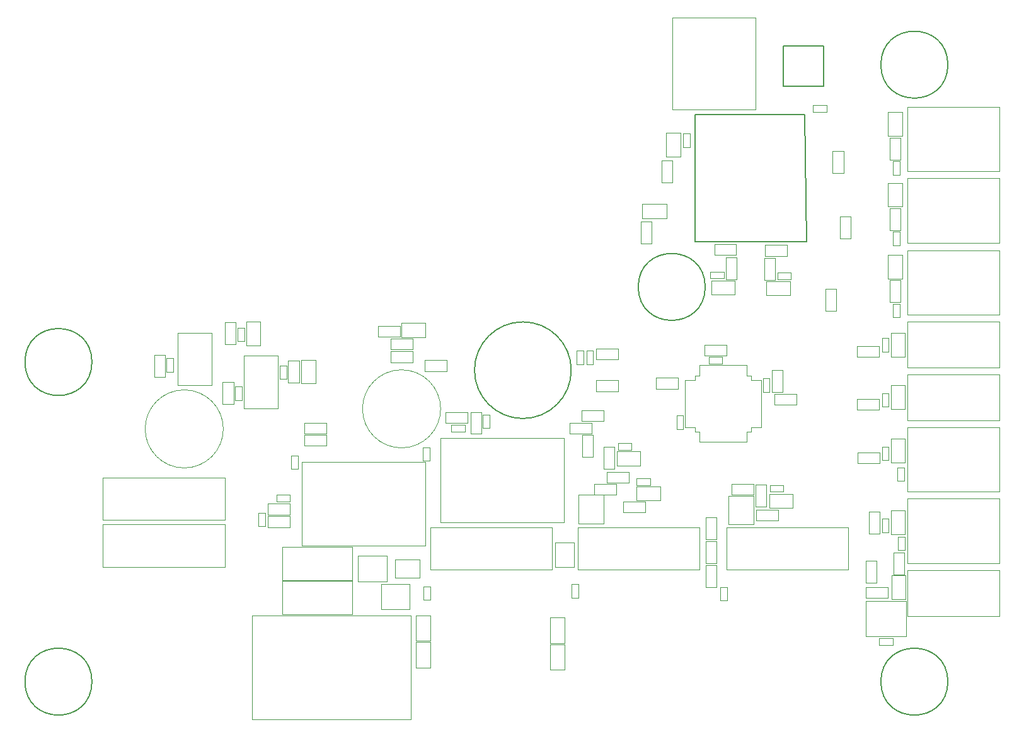
<source format=gbr>
%TF.GenerationSoftware,KiCad,Pcbnew,6.0.6-3a73a75311~116~ubuntu20.04.1*%
%TF.CreationDate,2022-07-18T20:20:35-06:00*%
%TF.ProjectId,hvac-v2,68766163-2d76-4322-9e6b-696361645f70,rev?*%
%TF.SameCoordinates,Original*%
%TF.FileFunction,Other,User*%
%FSLAX46Y46*%
G04 Gerber Fmt 4.6, Leading zero omitted, Abs format (unit mm)*
G04 Created by KiCad (PCBNEW 6.0.6-3a73a75311~116~ubuntu20.04.1) date 2022-07-18 20:20:35*
%MOMM*%
%LPD*%
G01*
G04 APERTURE LIST*
%ADD10C,0.050000*%
%ADD11C,0.150000*%
G04 APERTURE END LIST*
D10*
%TO.C,R45*%
X139510000Y-94180000D02*
X139510000Y-97140000D01*
X139510000Y-97140000D02*
X138050000Y-97140000D01*
X138050000Y-94180000D02*
X139510000Y-94180000D01*
X138050000Y-97140000D02*
X138050000Y-94180000D01*
%TO.C,R44*%
X141460000Y-84440000D02*
X141460000Y-87400000D01*
X141460000Y-87400000D02*
X140000000Y-87400000D01*
X140000000Y-84440000D02*
X141460000Y-84440000D01*
X140000000Y-87400000D02*
X140000000Y-84440000D01*
%TO.C,R43*%
X140480000Y-75650000D02*
X140480000Y-78610000D01*
X140480000Y-78610000D02*
X139020000Y-78610000D01*
X139020000Y-75650000D02*
X140480000Y-75650000D01*
X139020000Y-78610000D02*
X139020000Y-75650000D01*
%TO.C,R42*%
X144940000Y-130720000D02*
X144940000Y-133680000D01*
X144940000Y-133680000D02*
X143480000Y-133680000D01*
X143480000Y-130720000D02*
X144940000Y-130720000D01*
X143480000Y-133680000D02*
X143480000Y-130720000D01*
%TO.C,R41*%
X116060000Y-79830000D02*
X116060000Y-76870000D01*
X116060000Y-76870000D02*
X117520000Y-76870000D01*
X117520000Y-79830000D02*
X116060000Y-79830000D01*
X117520000Y-76870000D02*
X117520000Y-79830000D01*
%TO.C,R40*%
X118210000Y-107600000D02*
X115250000Y-107600000D01*
X115250000Y-107600000D02*
X115250000Y-106140000D01*
X118210000Y-106140000D02*
X118210000Y-107600000D01*
X115250000Y-106140000D02*
X118210000Y-106140000D01*
%TO.C,R39*%
X121980000Y-134330000D02*
X121980000Y-131370000D01*
X121980000Y-131370000D02*
X123440000Y-131370000D01*
X123440000Y-134330000D02*
X121980000Y-134330000D01*
X123440000Y-131370000D02*
X123440000Y-134330000D01*
%TO.C,R38*%
X87190000Y-105220000D02*
X84230000Y-105220000D01*
X84230000Y-105220000D02*
X84230000Y-103760000D01*
X87190000Y-103760000D02*
X87190000Y-105220000D01*
X84230000Y-103760000D02*
X87190000Y-103760000D01*
%TO.C,R31*%
X107270000Y-106470000D02*
X110230000Y-106470000D01*
X110230000Y-106470000D02*
X110230000Y-107930000D01*
X107270000Y-107930000D02*
X107270000Y-106470000D01*
X110230000Y-107930000D02*
X107270000Y-107930000D01*
%TO.C,Q4*%
X78350000Y-137240000D02*
X82190000Y-137240000D01*
X82190000Y-133840000D02*
X78350000Y-133840000D01*
X82190000Y-137240000D02*
X82190000Y-133840000D01*
X78350000Y-133840000D02*
X78350000Y-137240000D01*
D11*
%TO.C,BZ1*%
X103900000Y-105100000D02*
G75*
G03*
X103900000Y-105100000I-6500000J0D01*
G01*
D10*
%TO.C,C1*%
X130870000Y-105120000D02*
X132330000Y-105120000D01*
X132330000Y-105120000D02*
X132330000Y-108080000D01*
X132330000Y-108080000D02*
X130870000Y-108080000D01*
X130870000Y-108080000D02*
X130870000Y-105120000D01*
%TO.C,C2*%
X136390000Y-70360000D02*
X136390000Y-69440000D01*
X136390000Y-69440000D02*
X138210000Y-69440000D01*
X138210000Y-70360000D02*
X136390000Y-70360000D01*
X138210000Y-69440000D02*
X138210000Y-70360000D01*
%TO.C,C3*%
X92040000Y-112910000D02*
X92040000Y-111090000D01*
X92960000Y-111090000D02*
X92960000Y-112910000D01*
X92960000Y-112910000D02*
X92040000Y-112910000D01*
X92040000Y-111090000D02*
X92960000Y-111090000D01*
%TO.C,C5*%
X129640000Y-106190000D02*
X130560000Y-106190000D01*
X130560000Y-106190000D02*
X130560000Y-108010000D01*
X130560000Y-108010000D02*
X129640000Y-108010000D01*
X129640000Y-108010000D02*
X129640000Y-106190000D01*
%TO.C,C6*%
X112690000Y-119640000D02*
X114510000Y-119640000D01*
X112690000Y-120560000D02*
X112690000Y-119640000D01*
X114510000Y-120560000D02*
X112690000Y-120560000D01*
X114510000Y-119640000D02*
X114510000Y-120560000D01*
%TO.C,C7*%
X87790000Y-112440000D02*
X89610000Y-112440000D01*
X87790000Y-113360000D02*
X87790000Y-112440000D01*
X89610000Y-113360000D02*
X87790000Y-113360000D01*
X89610000Y-112440000D02*
X89610000Y-113360000D01*
%TO.C,C8*%
X122390000Y-103340000D02*
X124210000Y-103340000D01*
X124210000Y-104260000D02*
X122390000Y-104260000D01*
X124210000Y-103340000D02*
X124210000Y-104260000D01*
X122390000Y-104260000D02*
X122390000Y-103340000D01*
%TO.C,C9*%
X121820000Y-101670000D02*
X124780000Y-101670000D01*
X124780000Y-103130000D02*
X121820000Y-103130000D01*
X121820000Y-103130000D02*
X121820000Y-101670000D01*
X124780000Y-101670000D02*
X124780000Y-103130000D01*
%TO.C,C10*%
X101020000Y-141800000D02*
X101020000Y-138400000D01*
X102980000Y-141800000D02*
X101020000Y-141800000D01*
X101020000Y-138400000D02*
X102980000Y-138400000D01*
X102980000Y-138400000D02*
X102980000Y-141800000D01*
%TO.C,C11*%
X101020000Y-145400000D02*
X101020000Y-142000000D01*
X101020000Y-142000000D02*
X102980000Y-142000000D01*
X102980000Y-142000000D02*
X102980000Y-145400000D01*
X102980000Y-145400000D02*
X101020000Y-145400000D01*
%TO.C,C12*%
X84860000Y-117310000D02*
X83940000Y-117310000D01*
X83940000Y-117310000D02*
X83940000Y-115490000D01*
X84860000Y-115490000D02*
X84860000Y-117310000D01*
X83940000Y-115490000D02*
X84860000Y-115490000D01*
%TO.C,C13*%
X67160000Y-116590000D02*
X67160000Y-118410000D01*
X67160000Y-118410000D02*
X66240000Y-118410000D01*
X66240000Y-118410000D02*
X66240000Y-116590000D01*
X66240000Y-116590000D02*
X67160000Y-116590000D01*
%TO.C,C14*%
X79620000Y-104030000D02*
X79620000Y-102570000D01*
X82580000Y-104030000D02*
X79620000Y-104030000D01*
X82580000Y-102570000D02*
X82580000Y-104030000D01*
X79620000Y-102570000D02*
X82580000Y-102570000D01*
%TO.C,C15*%
X83020000Y-138100000D02*
X84980000Y-138100000D01*
X83020000Y-141500000D02*
X83020000Y-138100000D01*
X84980000Y-138100000D02*
X84980000Y-141500000D01*
X84980000Y-141500000D02*
X83020000Y-141500000D01*
%TO.C,C16*%
X83020000Y-145100000D02*
X83020000Y-141700000D01*
X84980000Y-145100000D02*
X83020000Y-145100000D01*
X83020000Y-141700000D02*
X84980000Y-141700000D01*
X84980000Y-141700000D02*
X84980000Y-145100000D01*
%TO.C,C17*%
X84960000Y-136010000D02*
X84040000Y-136010000D01*
X84040000Y-134190000D02*
X84960000Y-134190000D01*
X84960000Y-134190000D02*
X84960000Y-136010000D01*
X84040000Y-136010000D02*
X84040000Y-134190000D01*
%TO.C,C18*%
X66110000Y-122760000D02*
X64290000Y-122760000D01*
X64290000Y-122760000D02*
X64290000Y-121840000D01*
X64290000Y-121840000D02*
X66110000Y-121840000D01*
X66110000Y-121840000D02*
X66110000Y-122760000D01*
%TO.C,C19*%
X57150000Y-113000000D02*
G75*
G03*
X57150000Y-113000000I-5250000J0D01*
G01*
%TO.C,C20*%
X62760000Y-126110000D02*
X61840000Y-126110000D01*
X62760000Y-124290000D02*
X62760000Y-126110000D01*
X61840000Y-124290000D02*
X62760000Y-124290000D01*
X61840000Y-126110000D02*
X61840000Y-124290000D01*
%TO.C,C21*%
X133410000Y-92860000D02*
X131590000Y-92860000D01*
X131590000Y-91940000D02*
X133410000Y-91940000D01*
X131590000Y-92860000D02*
X131590000Y-91940000D01*
X133410000Y-91940000D02*
X133410000Y-92860000D01*
%TO.C,C22*%
X106860000Y-102490000D02*
X106860000Y-104310000D01*
X105940000Y-102490000D02*
X106860000Y-102490000D01*
X105940000Y-104310000D02*
X105940000Y-102490000D01*
X106860000Y-104310000D02*
X105940000Y-104310000D01*
%TO.C,C23*%
X105560000Y-104310000D02*
X104640000Y-104310000D01*
X104640000Y-104310000D02*
X104640000Y-102490000D01*
X105560000Y-102490000D02*
X105560000Y-104310000D01*
X104640000Y-102490000D02*
X105560000Y-102490000D01*
%TO.C,C24*%
X118940000Y-73290000D02*
X119860000Y-73290000D01*
X118940000Y-75110000D02*
X118940000Y-73290000D01*
X119860000Y-75110000D02*
X118940000Y-75110000D01*
X119860000Y-73290000D02*
X119860000Y-75110000D01*
%TO.C,C25*%
X110190000Y-114940000D02*
X112010000Y-114940000D01*
X112010000Y-115860000D02*
X110190000Y-115860000D01*
X110190000Y-115860000D02*
X110190000Y-114940000D01*
X112010000Y-114940000D02*
X112010000Y-115860000D01*
%TO.C,C26*%
X132410000Y-120540000D02*
X132410000Y-121460000D01*
X130590000Y-120540000D02*
X132410000Y-120540000D01*
X130590000Y-121460000D02*
X130590000Y-120540000D01*
X132410000Y-121460000D02*
X130590000Y-121460000D01*
%TO.C,C27*%
X122590000Y-91840000D02*
X124410000Y-91840000D01*
X124410000Y-91840000D02*
X124410000Y-92760000D01*
X122590000Y-92760000D02*
X122590000Y-91840000D01*
X124410000Y-92760000D02*
X122590000Y-92760000D01*
%TO.C,C28*%
X145640000Y-117210000D02*
X145640000Y-115390000D01*
X145640000Y-115390000D02*
X146560000Y-115390000D01*
X146560000Y-117210000D02*
X145640000Y-117210000D01*
X146560000Y-115390000D02*
X146560000Y-117210000D01*
%TO.C,C29*%
X146560000Y-126910000D02*
X145640000Y-126910000D01*
X145640000Y-125090000D02*
X146560000Y-125090000D01*
X146560000Y-125090000D02*
X146560000Y-126910000D01*
X145640000Y-126910000D02*
X145640000Y-125090000D01*
%TO.C,C30*%
X58740000Y-109110000D02*
X58740000Y-107290000D01*
X58740000Y-107290000D02*
X59660000Y-107290000D01*
X59660000Y-109110000D02*
X58740000Y-109110000D01*
X59660000Y-107290000D02*
X59660000Y-109110000D01*
%TO.C,C31*%
X146560000Y-100790000D02*
X146560000Y-102610000D01*
X145640000Y-100790000D02*
X146560000Y-100790000D01*
X145640000Y-102610000D02*
X145640000Y-100790000D01*
X146560000Y-102610000D02*
X145640000Y-102610000D01*
%TO.C,C32*%
X145640000Y-110010000D02*
X145640000Y-108190000D01*
X145640000Y-108190000D02*
X146560000Y-108190000D01*
X146560000Y-108190000D02*
X146560000Y-110010000D01*
X146560000Y-110010000D02*
X145640000Y-110010000D01*
%TO.C,C33*%
X104860000Y-135710000D02*
X103940000Y-135710000D01*
X104860000Y-133890000D02*
X104860000Y-135710000D01*
X103940000Y-133890000D02*
X104860000Y-133890000D01*
X103940000Y-135710000D02*
X103940000Y-133890000D01*
%TO.C,C34*%
X124860000Y-134290000D02*
X124860000Y-136110000D01*
X124860000Y-136110000D02*
X123940000Y-136110000D01*
X123940000Y-136110000D02*
X123940000Y-134290000D01*
X123940000Y-134290000D02*
X124860000Y-134290000D01*
%TO.C,C35*%
X64740000Y-106290000D02*
X64740000Y-104470000D01*
X65660000Y-104470000D02*
X65660000Y-106290000D01*
X65660000Y-106290000D02*
X64740000Y-106290000D01*
X64740000Y-104470000D02*
X65660000Y-104470000D01*
%TO.C,C36*%
X147740000Y-118210000D02*
X148660000Y-118210000D01*
X148660000Y-120030000D02*
X147740000Y-120030000D01*
X148660000Y-118210000D02*
X148660000Y-120030000D01*
X147740000Y-120030000D02*
X147740000Y-118210000D01*
%TO.C,C37*%
X148760000Y-129310000D02*
X147840000Y-129310000D01*
X148760000Y-127490000D02*
X148760000Y-129310000D01*
X147840000Y-129310000D02*
X147840000Y-127490000D01*
X147840000Y-127490000D02*
X148760000Y-127490000D01*
%TO.C,C38*%
X65870000Y-106780000D02*
X65870000Y-103820000D01*
X67330000Y-106780000D02*
X65870000Y-106780000D01*
X67330000Y-103820000D02*
X67330000Y-106780000D01*
X65870000Y-103820000D02*
X67330000Y-103820000D01*
%TO.C,C39*%
X86350000Y-110300000D02*
G75*
G03*
X86350000Y-110300000I-5250000J0D01*
G01*
%TO.C,C40*%
X145290000Y-141140000D02*
X147110000Y-141140000D01*
X145290000Y-142060000D02*
X145290000Y-141140000D01*
X147110000Y-141140000D02*
X147110000Y-142060000D01*
X147110000Y-142060000D02*
X145290000Y-142060000D01*
%TO.C,C41*%
X147140000Y-78810000D02*
X147140000Y-76990000D01*
X147140000Y-76990000D02*
X148060000Y-76990000D01*
X148060000Y-76990000D02*
X148060000Y-78810000D01*
X148060000Y-78810000D02*
X147140000Y-78810000D01*
%TO.C,C42*%
X147140000Y-88310000D02*
X147140000Y-86490000D01*
X148060000Y-86490000D02*
X148060000Y-88310000D01*
X148060000Y-88310000D02*
X147140000Y-88310000D01*
X147140000Y-86490000D02*
X148060000Y-86490000D01*
%TO.C,C43*%
X148060000Y-98010000D02*
X147140000Y-98010000D01*
X147140000Y-98010000D02*
X147140000Y-96190000D01*
X147140000Y-96190000D02*
X148060000Y-96190000D01*
X148060000Y-96190000D02*
X148060000Y-98010000D01*
%TO.C,D1*%
X115900000Y-120750000D02*
X115900000Y-122650000D01*
X112700000Y-120750000D02*
X115900000Y-120750000D01*
X112700000Y-122650000D02*
X115900000Y-122650000D01*
X112700000Y-120750000D02*
X112700000Y-122650000D01*
%TO.C,D2*%
X81100000Y-100650000D02*
X84300000Y-100650000D01*
X81100000Y-98750000D02*
X81100000Y-100650000D01*
X84300000Y-98750000D02*
X84300000Y-100650000D01*
X81100000Y-98750000D02*
X84300000Y-98750000D01*
%TO.C,D4*%
X74500000Y-133350000D02*
X65100000Y-133350000D01*
X65100000Y-133350000D02*
X65100000Y-128850000D01*
X65100000Y-128850000D02*
X74500000Y-128850000D01*
X74500000Y-128850000D02*
X74500000Y-133350000D01*
%TO.C,D5*%
X113382500Y-82750000D02*
X116742500Y-82750000D01*
X116742500Y-84650000D02*
X113382500Y-84650000D01*
X116742500Y-82750000D02*
X116742500Y-84650000D01*
X113382500Y-84650000D02*
X113382500Y-82750000D01*
%TO.C,D6*%
X148850000Y-135900000D02*
X148850000Y-132700000D01*
X146950000Y-135900000D02*
X148850000Y-135900000D01*
X146950000Y-135900000D02*
X146950000Y-132700000D01*
X146950000Y-132700000D02*
X148850000Y-132700000D01*
%TO.C,D7*%
X130100000Y-95050000D02*
X130100000Y-93150000D01*
X133300000Y-93150000D02*
X130100000Y-93150000D01*
X133300000Y-95050000D02*
X133300000Y-93150000D01*
X133300000Y-95050000D02*
X130100000Y-95050000D01*
%TO.C,D8*%
X40950000Y-119550000D02*
X40950000Y-125250000D01*
X40950000Y-125250000D02*
X57350000Y-125250000D01*
X57350000Y-119550000D02*
X40950000Y-119550000D01*
X57350000Y-125250000D02*
X57350000Y-119550000D01*
%TO.C,D9*%
X40950000Y-125850000D02*
X40950000Y-131550000D01*
X57350000Y-125850000D02*
X40950000Y-125850000D01*
X57350000Y-131550000D02*
X57350000Y-125850000D01*
X40950000Y-131550000D02*
X57350000Y-131550000D01*
%TO.C,D10*%
X118550000Y-76400000D02*
X116650000Y-76400000D01*
X118550000Y-73200000D02*
X116650000Y-73200000D01*
X116650000Y-73200000D02*
X116650000Y-76400000D01*
X118550000Y-73200000D02*
X118550000Y-76400000D01*
%TO.C,D11*%
X113200000Y-116050000D02*
X113200000Y-117950000D01*
X110000000Y-116050000D02*
X110000000Y-117950000D01*
X110000000Y-117950000D02*
X113200000Y-117950000D01*
X110000000Y-116050000D02*
X113200000Y-116050000D01*
%TO.C,D12*%
X133700000Y-121750000D02*
X133700000Y-123650000D01*
X130500000Y-121750000D02*
X130500000Y-123650000D01*
X130500000Y-123650000D02*
X133700000Y-123650000D01*
X130500000Y-121750000D02*
X133700000Y-121750000D01*
%TO.C,D13*%
X125900000Y-94950000D02*
X122700000Y-94950000D01*
X122700000Y-94950000D02*
X122700000Y-93050000D01*
X125900000Y-93050000D02*
X122700000Y-93050000D01*
X125900000Y-94950000D02*
X125900000Y-93050000D01*
%TO.C,D14*%
X146850000Y-114300000D02*
X148750000Y-114300000D01*
X148750000Y-117500000D02*
X148750000Y-114300000D01*
X146850000Y-117500000D02*
X148750000Y-117500000D01*
X146850000Y-117500000D02*
X146850000Y-114300000D01*
%TO.C,D15*%
X146850000Y-127200000D02*
X146850000Y-124000000D01*
X146850000Y-127200000D02*
X148750000Y-127200000D01*
X148750000Y-127200000D02*
X148750000Y-124000000D01*
X146850000Y-124000000D02*
X148750000Y-124000000D01*
%TO.C,D16*%
X74500000Y-137950000D02*
X65100000Y-137950000D01*
X65100000Y-137950000D02*
X65100000Y-133450000D01*
X74500000Y-133450000D02*
X74500000Y-137950000D01*
X65100000Y-133450000D02*
X74500000Y-133450000D01*
%TO.C,D17*%
X104750000Y-131950000D02*
X121150000Y-131950000D01*
X121150000Y-126250000D02*
X104750000Y-126250000D01*
X104750000Y-126250000D02*
X104750000Y-131950000D01*
X121150000Y-131950000D02*
X121150000Y-126250000D01*
%TO.C,D18*%
X141150000Y-126250000D02*
X124750000Y-126250000D01*
X124750000Y-131950000D02*
X141150000Y-131950000D01*
X124750000Y-126250000D02*
X124750000Y-131950000D01*
X141150000Y-131950000D02*
X141150000Y-126250000D01*
%TO.C,D19*%
X148750000Y-103300000D02*
X148750000Y-100100000D01*
X146850000Y-103300000D02*
X146850000Y-100100000D01*
X146850000Y-100100000D02*
X148750000Y-100100000D01*
X146850000Y-103300000D02*
X148750000Y-103300000D01*
%TO.C,D20*%
X146850000Y-107100000D02*
X148750000Y-107100000D01*
X148750000Y-110300000D02*
X148750000Y-107100000D01*
X146850000Y-110300000D02*
X148750000Y-110300000D01*
X146850000Y-110300000D02*
X146850000Y-107100000D01*
%TO.C,D21*%
X67650000Y-103700000D02*
X67650000Y-106900000D01*
X69550000Y-103700000D02*
X67650000Y-103700000D01*
X69550000Y-103700000D02*
X69550000Y-106900000D01*
X69550000Y-106900000D02*
X67650000Y-106900000D01*
%TO.C,D22*%
X146450000Y-73600000D02*
X148350000Y-73600000D01*
X146450000Y-73600000D02*
X146450000Y-70400000D01*
X146450000Y-70400000D02*
X148350000Y-70400000D01*
X148350000Y-73600000D02*
X148350000Y-70400000D01*
%TO.C,D23*%
X148350000Y-83100000D02*
X148350000Y-79900000D01*
X146450000Y-83100000D02*
X148350000Y-83100000D01*
X146450000Y-83100000D02*
X146450000Y-79900000D01*
X146450000Y-79900000D02*
X148350000Y-79900000D01*
%TO.C,D24*%
X146450000Y-89600000D02*
X148350000Y-89600000D01*
X148350000Y-92800000D02*
X148350000Y-89600000D01*
X146450000Y-92800000D02*
X146450000Y-89600000D01*
X146450000Y-92800000D02*
X148350000Y-92800000D01*
%TO.C,F1*%
X82350000Y-152060000D02*
X61050000Y-152060000D01*
X61050000Y-152060000D02*
X61050000Y-138090000D01*
X82350000Y-138090000D02*
X82350000Y-152060000D01*
X61050000Y-138090000D02*
X82350000Y-138090000D01*
D11*
%TO.C,H1*%
X39500000Y-147000000D02*
G75*
G03*
X39500000Y-147000000I-4500000J0D01*
G01*
%TO.C,H2*%
X154500000Y-64000000D02*
G75*
G03*
X154500000Y-64000000I-4500000J0D01*
G01*
%TO.C,H3*%
X154500000Y-147000000D02*
G75*
G03*
X154500000Y-147000000I-4500000J0D01*
G01*
%TO.C,H4*%
X39500000Y-104000000D02*
G75*
G03*
X39500000Y-104000000I-4500000J0D01*
G01*
D10*
%TO.C,J3*%
X149100000Y-138150000D02*
X161450000Y-138150000D01*
X161450000Y-138150000D02*
X161450000Y-132000000D01*
X161450000Y-132000000D02*
X149100000Y-132000000D01*
X149100000Y-132000000D02*
X149100000Y-138150000D01*
%TO.C,J5*%
X161450000Y-121450000D02*
X161450000Y-112800000D01*
X161450000Y-112800000D02*
X149100000Y-112800000D01*
X149100000Y-112800000D02*
X149100000Y-121450000D01*
X149100000Y-121450000D02*
X161450000Y-121450000D01*
%TO.C,J6*%
X161450000Y-131050000D02*
X161450000Y-122400000D01*
X149100000Y-131050000D02*
X161450000Y-131050000D01*
X149100000Y-122400000D02*
X149100000Y-131050000D01*
X161450000Y-122400000D02*
X149100000Y-122400000D01*
%TO.C,J9*%
X149100000Y-104750000D02*
X161450000Y-104750000D01*
X149100000Y-98600000D02*
X149100000Y-104750000D01*
X161450000Y-104750000D02*
X161450000Y-98600000D01*
X161450000Y-98600000D02*
X149100000Y-98600000D01*
%TO.C,J10*%
X161450000Y-105700000D02*
X149100000Y-105700000D01*
X149100000Y-105700000D02*
X149100000Y-111850000D01*
X149100000Y-111850000D02*
X161450000Y-111850000D01*
X161450000Y-111850000D02*
X161450000Y-105700000D01*
%TO.C,J12*%
X149100000Y-79300000D02*
X149100000Y-87950000D01*
X161450000Y-79300000D02*
X149100000Y-79300000D01*
X161450000Y-87950000D02*
X161450000Y-79300000D01*
X149100000Y-87950000D02*
X161450000Y-87950000D01*
%TO.C,J13*%
X149100000Y-89000000D02*
X149100000Y-97650000D01*
X149100000Y-97650000D02*
X161450000Y-97650000D01*
X161450000Y-89000000D02*
X149100000Y-89000000D01*
X161450000Y-97650000D02*
X161450000Y-89000000D01*
%TO.C,J14*%
X117500000Y-70000000D02*
X128700000Y-70000000D01*
X128700000Y-70000000D02*
X128700000Y-57650000D01*
X128700000Y-57650000D02*
X117500000Y-57650000D01*
X117500000Y-57650000D02*
X117500000Y-70000000D01*
%TO.C,JP1*%
X104250000Y-128250000D02*
X104250000Y-131550000D01*
X101750000Y-131550000D02*
X104250000Y-131550000D01*
X104250000Y-128250000D02*
X101750000Y-128250000D01*
X101750000Y-131550000D02*
X101750000Y-128250000D01*
%TO.C,JP2*%
X80250000Y-130550000D02*
X83550000Y-130550000D01*
X83550000Y-133050000D02*
X80250000Y-133050000D01*
X80250000Y-130550000D02*
X80250000Y-133050000D01*
X83550000Y-133050000D02*
X83550000Y-130550000D01*
%TO.C,Q1*%
X79120000Y-130100000D02*
X75280000Y-130100000D01*
X79120000Y-133500000D02*
X79120000Y-130100000D01*
X75280000Y-130100000D02*
X75280000Y-133500000D01*
X75280000Y-133500000D02*
X79120000Y-133500000D01*
%TO.C,Q2*%
X104900000Y-125720000D02*
X108300000Y-125720000D01*
X108300000Y-125720000D02*
X108300000Y-121880000D01*
X104900000Y-121880000D02*
X104900000Y-125720000D01*
X108300000Y-121880000D02*
X104900000Y-121880000D01*
%TO.C,Q3*%
X128400000Y-121980000D02*
X125000000Y-121980000D01*
X128400000Y-125820000D02*
X128400000Y-121980000D01*
X125000000Y-125820000D02*
X128400000Y-125820000D01*
X125000000Y-121980000D02*
X125000000Y-125820000D01*
%TO.C,R1*%
X91830000Y-113680000D02*
X90370000Y-113680000D01*
X90370000Y-113680000D02*
X90370000Y-110720000D01*
X91830000Y-110720000D02*
X91830000Y-113680000D01*
X90370000Y-110720000D02*
X91830000Y-110720000D01*
%TO.C,R2*%
X131220000Y-108270000D02*
X134180000Y-108270000D01*
X131220000Y-109730000D02*
X131220000Y-108270000D01*
X134180000Y-109730000D02*
X131220000Y-109730000D01*
X134180000Y-108270000D02*
X134180000Y-109730000D01*
%TO.C,R3*%
X105320000Y-111930000D02*
X105320000Y-110470000D01*
X108280000Y-111930000D02*
X105320000Y-111930000D01*
X108280000Y-110470000D02*
X108280000Y-111930000D01*
X105320000Y-110470000D02*
X108280000Y-110470000D01*
%TO.C,R4*%
X103720000Y-112170000D02*
X106680000Y-112170000D01*
X106680000Y-112170000D02*
X106680000Y-113630000D01*
X103720000Y-113630000D02*
X103720000Y-112170000D01*
X106680000Y-113630000D02*
X103720000Y-113630000D01*
%TO.C,R5*%
X87020000Y-110770000D02*
X89980000Y-110770000D01*
X89980000Y-110770000D02*
X89980000Y-112230000D01*
X89980000Y-112230000D02*
X87020000Y-112230000D01*
X87020000Y-112230000D02*
X87020000Y-110770000D01*
%TO.C,R6*%
X113880000Y-124230000D02*
X110920000Y-124230000D01*
X110920000Y-122770000D02*
X113880000Y-122770000D01*
X110920000Y-124230000D02*
X110920000Y-122770000D01*
X113880000Y-122770000D02*
X113880000Y-124230000D01*
%TO.C,R7*%
X121970000Y-128145000D02*
X123430000Y-128145000D01*
X123430000Y-131105000D02*
X121970000Y-131105000D01*
X123430000Y-128145000D02*
X123430000Y-131105000D01*
X121970000Y-131105000D02*
X121970000Y-128145000D01*
%TO.C,R8*%
X80880000Y-100630000D02*
X77920000Y-100630000D01*
X77920000Y-100630000D02*
X77920000Y-99170000D01*
X77920000Y-99170000D02*
X80880000Y-99170000D01*
X80880000Y-99170000D02*
X80880000Y-100630000D01*
%TO.C,R9*%
X79620000Y-102330000D02*
X79620000Y-100870000D01*
X82580000Y-102330000D02*
X79620000Y-102330000D01*
X82580000Y-100870000D02*
X82580000Y-102330000D01*
X79620000Y-100870000D02*
X82580000Y-100870000D01*
%TO.C,R10*%
X66080000Y-124530000D02*
X63120000Y-124530000D01*
X66080000Y-123070000D02*
X66080000Y-124530000D01*
X63120000Y-124530000D02*
X63120000Y-123070000D01*
X63120000Y-123070000D02*
X66080000Y-123070000D01*
%TO.C,R11*%
X68020000Y-113630000D02*
X68020000Y-112170000D01*
X70980000Y-113630000D02*
X68020000Y-113630000D01*
X68020000Y-112170000D02*
X70980000Y-112170000D01*
X70980000Y-112170000D02*
X70980000Y-113630000D01*
%TO.C,R12*%
X68020000Y-113770000D02*
X70980000Y-113770000D01*
X70980000Y-113770000D02*
X70980000Y-115230000D01*
X68020000Y-115230000D02*
X68020000Y-113770000D01*
X70980000Y-115230000D02*
X68020000Y-115230000D01*
%TO.C,R13*%
X113270000Y-85120000D02*
X114730000Y-85120000D01*
X113270000Y-88080000D02*
X113270000Y-85120000D01*
X114730000Y-88080000D02*
X113270000Y-88080000D01*
X114730000Y-85120000D02*
X114730000Y-88080000D01*
%TO.C,R14*%
X66080000Y-124770000D02*
X66080000Y-126230000D01*
X63120000Y-124770000D02*
X66080000Y-124770000D01*
X66080000Y-126230000D02*
X63120000Y-126230000D01*
X63120000Y-126230000D02*
X63120000Y-124770000D01*
%TO.C,R15*%
X148630000Y-132580000D02*
X147170000Y-132580000D01*
X148630000Y-129620000D02*
X148630000Y-132580000D01*
X147170000Y-129620000D02*
X148630000Y-129620000D01*
X147170000Y-132580000D02*
X147170000Y-129620000D01*
%TO.C,R16*%
X110180000Y-102170000D02*
X110180000Y-103630000D01*
X110180000Y-103630000D02*
X107220000Y-103630000D01*
X107220000Y-103630000D02*
X107220000Y-102170000D01*
X107220000Y-102170000D02*
X110180000Y-102170000D01*
%TO.C,R18*%
X132880000Y-88270000D02*
X132880000Y-89730000D01*
X129920000Y-88270000D02*
X132880000Y-88270000D01*
X132880000Y-89730000D02*
X129920000Y-89730000D01*
X129920000Y-89730000D02*
X129920000Y-88270000D01*
%TO.C,R19*%
X126080000Y-89630000D02*
X123120000Y-89630000D01*
X126080000Y-88170000D02*
X126080000Y-89630000D01*
X123120000Y-89630000D02*
X123120000Y-88170000D01*
X123120000Y-88170000D02*
X126080000Y-88170000D01*
%TO.C,R20*%
X126130000Y-89920000D02*
X126130000Y-92880000D01*
X124670000Y-89920000D02*
X126130000Y-89920000D01*
X124670000Y-92880000D02*
X124670000Y-89920000D01*
X126130000Y-92880000D02*
X124670000Y-92880000D01*
%TO.C,R21*%
X109730000Y-115420000D02*
X109730000Y-118380000D01*
X109730000Y-118380000D02*
X108270000Y-118380000D01*
X108270000Y-118380000D02*
X108270000Y-115420000D01*
X108270000Y-115420000D02*
X109730000Y-115420000D01*
%TO.C,R22*%
X131680000Y-123870000D02*
X131680000Y-125330000D01*
X128720000Y-123870000D02*
X131680000Y-123870000D01*
X128720000Y-125330000D02*
X128720000Y-123870000D01*
X131680000Y-125330000D02*
X128720000Y-125330000D01*
%TO.C,R23*%
X109980000Y-121830000D02*
X107020000Y-121830000D01*
X109980000Y-120370000D02*
X109980000Y-121830000D01*
X107020000Y-121830000D02*
X107020000Y-120370000D01*
X107020000Y-120370000D02*
X109980000Y-120370000D01*
%TO.C,R24*%
X128670000Y-123480000D02*
X128670000Y-120520000D01*
X130130000Y-123480000D02*
X128670000Y-123480000D01*
X128670000Y-120520000D02*
X130130000Y-120520000D01*
X130130000Y-120520000D02*
X130130000Y-123480000D01*
%TO.C,R25*%
X143520000Y-134270000D02*
X146480000Y-134270000D01*
X146480000Y-134270000D02*
X146480000Y-135730000D01*
X146480000Y-135730000D02*
X143520000Y-135730000D01*
X143520000Y-135730000D02*
X143520000Y-134270000D01*
%TO.C,R26*%
X146670000Y-76780000D02*
X146670000Y-73820000D01*
X148130000Y-73820000D02*
X148130000Y-76780000D01*
X146670000Y-73820000D02*
X148130000Y-73820000D01*
X148130000Y-76780000D02*
X146670000Y-76780000D01*
%TO.C,R27*%
X148130000Y-86280000D02*
X146670000Y-86280000D01*
X148130000Y-83320000D02*
X148130000Y-86280000D01*
X146670000Y-83320000D02*
X148130000Y-83320000D01*
X146670000Y-86280000D02*
X146670000Y-83320000D01*
%TO.C,R28*%
X148130000Y-93020000D02*
X148130000Y-95980000D01*
X146670000Y-93020000D02*
X148130000Y-93020000D01*
X148130000Y-95980000D02*
X146670000Y-95980000D01*
X146670000Y-95980000D02*
X146670000Y-93020000D01*
D11*
%TO.C,SW1*%
X132400000Y-66900000D02*
X132400000Y-61500000D01*
X137800000Y-61500000D02*
X137800000Y-66900000D01*
X137800000Y-66900000D02*
X132400000Y-66900000D01*
X132400000Y-61500000D02*
X137800000Y-61500000D01*
%TO.C,SW2*%
X135300000Y-70700000D02*
X135500000Y-87800000D01*
X135500000Y-87800000D02*
X120500000Y-87800000D01*
X120500000Y-87800000D02*
X120500000Y-70700000D01*
X120500000Y-70700000D02*
X135300000Y-70700000D01*
D10*
%TO.C,U1*%
X127450000Y-113350000D02*
X127450000Y-114750000D01*
X120550000Y-113350000D02*
X121150000Y-113350000D01*
X120550000Y-105850000D02*
X121150000Y-105850000D01*
X129450000Y-109600000D02*
X129450000Y-106450000D01*
X128050000Y-105850000D02*
X127450000Y-105850000D01*
X119150000Y-112750000D02*
X120550000Y-112750000D01*
X121150000Y-104450000D02*
X124300000Y-104450000D01*
X127450000Y-114750000D02*
X124300000Y-114750000D01*
X129450000Y-106450000D02*
X128050000Y-106450000D01*
X128050000Y-113350000D02*
X127450000Y-113350000D01*
X121150000Y-114750000D02*
X124300000Y-114750000D01*
X120550000Y-112750000D02*
X120550000Y-113350000D01*
X121150000Y-105850000D02*
X121150000Y-104450000D01*
X121150000Y-113350000D02*
X121150000Y-114750000D01*
X129450000Y-109600000D02*
X129450000Y-112750000D01*
X129450000Y-112750000D02*
X128050000Y-112750000D01*
X128050000Y-106450000D02*
X128050000Y-105850000D01*
X119150000Y-109600000D02*
X119150000Y-106450000D01*
X128050000Y-112750000D02*
X128050000Y-113350000D01*
X120550000Y-106450000D02*
X120550000Y-105850000D01*
X127450000Y-104450000D02*
X124300000Y-104450000D01*
X127450000Y-105850000D02*
X127450000Y-104450000D01*
X119150000Y-106450000D02*
X120550000Y-106450000D01*
X119150000Y-109600000D02*
X119150000Y-112750000D01*
%TO.C,U2*%
X102945000Y-114250000D02*
X86305000Y-114250000D01*
X86305000Y-125550000D02*
X102945000Y-125550000D01*
X102945000Y-125550000D02*
X102945000Y-114250000D01*
X86305000Y-114250000D02*
X86305000Y-125550000D01*
%TO.C,U3*%
X84320000Y-117450000D02*
X67680000Y-117450000D01*
X67680000Y-117450000D02*
X67680000Y-128750000D01*
X67680000Y-128750000D02*
X84320000Y-128750000D01*
X84320000Y-128750000D02*
X84320000Y-117450000D01*
%TO.C,U4*%
X59900000Y-110250000D02*
X59900000Y-103150000D01*
X64500000Y-103150000D02*
X59900000Y-103150000D01*
X59900000Y-110250000D02*
X64500000Y-110250000D01*
X64500000Y-103150000D02*
X64500000Y-110250000D01*
%TO.C,U5*%
X148900000Y-140910000D02*
X148900000Y-136170000D01*
X148900000Y-140910000D02*
X143440000Y-140910000D01*
X143440000Y-136170000D02*
X143440000Y-140910000D01*
X143440000Y-136170000D02*
X148900000Y-136170000D01*
%TO.C,R29*%
X106830000Y-113845000D02*
X106830000Y-116805000D01*
X105370000Y-113845000D02*
X106830000Y-113845000D01*
X105370000Y-116805000D02*
X105370000Y-113845000D01*
X106830000Y-116805000D02*
X105370000Y-116805000D01*
%TO.C,R30*%
X121970000Y-127880000D02*
X121970000Y-124920000D01*
X121970000Y-124920000D02*
X123430000Y-124920000D01*
X123430000Y-124920000D02*
X123430000Y-127880000D01*
X123430000Y-127880000D02*
X121970000Y-127880000D01*
%TO.C,R32*%
X111680000Y-120230000D02*
X108720000Y-120230000D01*
X111680000Y-118770000D02*
X111680000Y-120230000D01*
X108720000Y-120230000D02*
X108720000Y-118770000D01*
X108720000Y-118770000D02*
X111680000Y-118770000D01*
%TO.C,R33*%
X125420000Y-120370000D02*
X128380000Y-120370000D01*
X128380000Y-120370000D02*
X128380000Y-121830000D01*
X128380000Y-121830000D02*
X125420000Y-121830000D01*
X125420000Y-121830000D02*
X125420000Y-120370000D01*
%TO.C,D3*%
X84950000Y-131950000D02*
X101350000Y-131950000D01*
X84950000Y-126250000D02*
X84950000Y-131950000D01*
X101350000Y-131950000D02*
X101350000Y-126250000D01*
X101350000Y-126250000D02*
X84950000Y-126250000D01*
%TO.C,C4*%
X118040000Y-111190000D02*
X118960000Y-111190000D01*
X118960000Y-111190000D02*
X118960000Y-113010000D01*
X118040000Y-113010000D02*
X118040000Y-111190000D01*
X118960000Y-113010000D02*
X118040000Y-113010000D01*
%TO.C,J11*%
X161450000Y-78350000D02*
X161450000Y-69700000D01*
X149100000Y-78350000D02*
X161450000Y-78350000D01*
X149100000Y-69700000D02*
X149100000Y-78350000D01*
X161450000Y-69700000D02*
X149100000Y-69700000D01*
D11*
%TO.C,H5*%
X121900000Y-93900000D02*
G75*
G03*
X121900000Y-93900000I-4500000J0D01*
G01*
D10*
%TO.C,R17*%
X129870000Y-90020000D02*
X131330000Y-90020000D01*
X129870000Y-92980000D02*
X129870000Y-90020000D01*
X131330000Y-92980000D02*
X129870000Y-92980000D01*
X131330000Y-90020000D02*
X131330000Y-92980000D01*
%TO.C,R34*%
X145380000Y-116170000D02*
X145380000Y-117630000D01*
X142420000Y-116170000D02*
X145380000Y-116170000D01*
X145380000Y-117630000D02*
X142420000Y-117630000D01*
X142420000Y-117630000D02*
X142420000Y-116170000D01*
%TO.C,R35*%
X143870000Y-124120000D02*
X145330000Y-124120000D01*
X145330000Y-124120000D02*
X145330000Y-127080000D01*
X143870000Y-127080000D02*
X143870000Y-124120000D01*
X145330000Y-127080000D02*
X143870000Y-127080000D01*
%TO.C,R36*%
X145280000Y-108970000D02*
X145280000Y-110430000D01*
X142320000Y-110430000D02*
X142320000Y-108970000D01*
X142320000Y-108970000D02*
X145280000Y-108970000D01*
X145280000Y-110430000D02*
X142320000Y-110430000D01*
%TO.C,R37*%
X142320000Y-103330000D02*
X142320000Y-101870000D01*
X145280000Y-101870000D02*
X145280000Y-103330000D01*
X145280000Y-103330000D02*
X142320000Y-103330000D01*
X142320000Y-101870000D02*
X145280000Y-101870000D01*
%TO.C,C44*%
X49540000Y-103490000D02*
X50460000Y-103490000D01*
X49540000Y-105310000D02*
X49540000Y-103490000D01*
X50460000Y-103490000D02*
X50460000Y-105310000D01*
X50460000Y-105310000D02*
X49540000Y-105310000D01*
%TO.C,C47*%
X58530000Y-109655000D02*
X57070000Y-109655000D01*
X58530000Y-106695000D02*
X58530000Y-109655000D01*
X57070000Y-109655000D02*
X57070000Y-106695000D01*
X57070000Y-106695000D02*
X58530000Y-106695000D01*
%TO.C,U6*%
X51000000Y-107150000D02*
X51000000Y-100050000D01*
X55600000Y-100050000D02*
X55600000Y-107150000D01*
X55600000Y-100050000D02*
X51000000Y-100050000D01*
X51000000Y-107150000D02*
X55600000Y-107150000D01*
%TO.C,C45*%
X59040000Y-101210000D02*
X59040000Y-99390000D01*
X59040000Y-99390000D02*
X59960000Y-99390000D01*
X59960000Y-101210000D02*
X59040000Y-101210000D01*
X59960000Y-99390000D02*
X59960000Y-101210000D01*
%TO.C,C46*%
X58830000Y-101580000D02*
X57370000Y-101580000D01*
X57370000Y-101580000D02*
X57370000Y-98620000D01*
X57370000Y-98620000D02*
X58830000Y-98620000D01*
X58830000Y-98620000D02*
X58830000Y-101580000D01*
%TO.C,D26*%
X62150000Y-101800000D02*
X62150000Y-98600000D01*
X60250000Y-98600000D02*
X62150000Y-98600000D01*
X60250000Y-101800000D02*
X62150000Y-101800000D01*
X60250000Y-101800000D02*
X60250000Y-98600000D01*
%TO.C,C48*%
X47870000Y-103020000D02*
X49330000Y-103020000D01*
X47870000Y-105980000D02*
X47870000Y-103020000D01*
X49330000Y-103020000D02*
X49330000Y-105980000D01*
X49330000Y-105980000D02*
X47870000Y-105980000D01*
%TD*%
M02*

</source>
